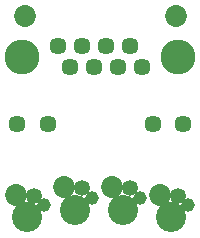
<source format=gbr>
G04 start of page 8 for group -4063 idx -4063 *
G04 Title: (unknown), componentmask *
G04 Creator: pcb 4.2.0 *
G04 CreationDate: Sun Aug 30 22:39:59 2020 UTC *
G04 For: commonadmin *
G04 Format: Gerber/RS-274X *
G04 PCB-Dimensions (mil): 1000.00 1250.00 *
G04 PCB-Coordinate-Origin: lower left *
%MOIN*%
%FSLAX25Y25*%
%LNTOPMASK*%
%ADD86C,0.0454*%
%ADD85C,0.0532*%
%ADD84C,0.1005*%
%ADD83C,0.0572*%
%ADD82C,0.1162*%
%ADD81C,0.0729*%
G54D81*X33925Y41480D03*
X20787Y98504D03*
G54D82*X20000Y85000D03*
G54D83*X31929Y88543D03*
X18425Y62520D03*
X28465D03*
X63504D03*
X73543D03*
G54D81*X71181Y98504D03*
G54D82*X71969Y85000D03*
G54D83*X47992Y88543D03*
X56024D03*
X39961D03*
X43976Y81457D03*
X35945D03*
X52008D03*
X60039D03*
G54D84*X69469Y31500D03*
G54D81*X65925Y38980D03*
G54D85*X71831Y38587D03*
G54D84*X53469Y34000D03*
G54D81*X49925Y41480D03*
G54D85*X55831Y41087D03*
G54D86*X59374Y37937D03*
X75374Y35437D03*
G54D84*X37469Y34000D03*
X21469Y31500D03*
G54D81*X17925Y38980D03*
G54D85*X23831Y38587D03*
G54D86*X27374Y35437D03*
G54D85*X39831Y41087D03*
G54D86*X43374Y37937D03*
M02*

</source>
